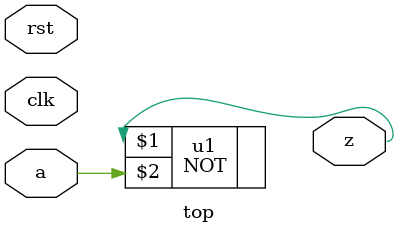
<source format=v>
module top (clk, rst, a, z);
    input clk, rst, a;
    output z;
    NOT u1 (z, a);
endmodule
</source>
